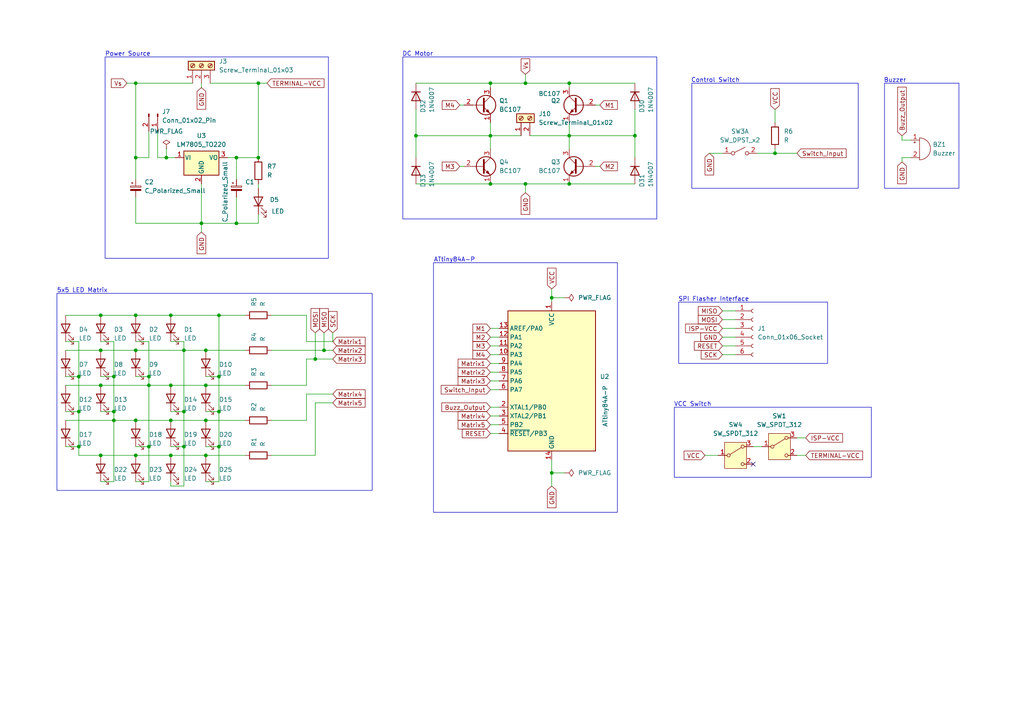
<source format=kicad_sch>
(kicad_sch (version 20250114) (generator "eeschema") (generator_version "9.0")
  (paper "A4")
  (lib_symbols
    (symbol "Connector:Conn_01x02_Pin" (pin_names (offset 1.016) (hide yes))
      (property "Reference" "J" (at 0 2.54 0))
      (property "Value" "Conn_01x02_Pin" (at 0 -5.08 0))
      (symbol "Conn_01x02_Pin_1_1"
        (rectangle (start 0.8636 0.127) (end 0 -0.127) (stroke (width 0.1524)) (fill (type outline)))
        (rectangle (start 0.8636 -2.413) (end 0 -2.667) (stroke (width 0.1524)) (fill (type outline)))
        (polyline (pts (xy 1.27 0) (xy 0.8636 0)) (stroke (width 0.1524)))
        (polyline (pts (xy 1.27 -2.54) (xy 0.8636 -2.54)) (stroke (width 0.1524)))
        (pin passive line (at 5.08 0 180) (length 3.81) (name "Pin_1") (number "1"))
        (pin passive line (at 5.08 -2.54 180) (length 3.81) (name "Pin_2") (number "2"))
      )
    )
    (symbol "Connector:Conn_01x06_Socket" (pin_names (offset 1.016) (hide yes))
      (property "Reference" "J" (at 0 7.62 0))
      (property "Value" "Conn_01x06_Socket" (at 0 -10.16 0))
      (symbol "Conn_01x06_Socket_1_1"
        (polyline (pts (xy -1.27 5.08) (xy -0.508 5.08)) (stroke (width 0.1524)))
        (polyline (pts (xy -1.27 2.54) (xy -0.508 2.54)) (stroke (width 0.1524)))
        (polyline (pts (xy -1.27 0) (xy -0.508 0)) (stroke (width 0.1524)))
        (polyline (pts (xy -1.27 -2.54) (xy -0.508 -2.54)) (stroke (width 0.1524)))
        (polyline (pts (xy -1.27 -5.08) (xy -0.508 -5.08)) (stroke (width 0.1524)))
        (polyline (pts (xy -1.27 -7.62) (xy -0.508 -7.62)) (stroke (width 0.1524)))
        (arc (start 0 4.572) (mid -0.5058 5.08) (end 0 5.588) (stroke (width 0.1524)))
        (arc (start 0 2.032) (mid -0.5058 2.54) (end 0 3.048) (stroke (width 0.1524)))
        (arc (start 0 -0.508) (mid -0.5058 0) (end 0 0.508) (stroke (width 0.1524)))
        (arc (start 0 -3.048) (mid -0.5058 -2.54) (end 0 -2.032) (stroke (width 0.1524)))
        (arc (start 0 -5.588) (mid -0.5058 -5.08) (end 0 -4.572) (stroke (width 0.1524)))
        (arc (start 0 -8.128) (mid -0.5058 -7.62) (end 0 -7.112) (stroke (width 0.1524)))
        (pin passive line (at -5.08 5.08 0) (length 3.81) (name "Pin_1") (number "1"))
        (pin passive line (at -5.08 2.54 0) (length 3.81) (name "Pin_2") (number "2"))
        (pin passive line (at -5.08 0 0) (length 3.81) (name "Pin_3") (number "3"))
        (pin passive line (at -5.08 -2.54 0) (length 3.81) (name "Pin_4") (number "4"))
        (pin passive line (at -5.08 -5.08 0) (length 3.81) (name "Pin_5") (number "5"))
        (pin passive line (at -5.08 -7.62 0) (length 3.81) (name "Pin_6") (number "6"))
      )
    )
    (symbol "Connector:Screw_Terminal_01x02" (pin_names (offset 1.016) (hide yes))
      (property "Reference" "J" (at 0 2.54 0))
      (property "Value" "Screw_Terminal_01x02" (at 0 -5.08 0))
      (symbol "Screw_Terminal_01x02_1_1"
        (rectangle (start -1.27 1.27) (end 1.27 -3.81) (stroke (width 0.254)) (fill (type background)))
        (polyline (pts (xy -0.5334 0.3302) (xy 0.3302 -0.508)) (stroke (width 0.1524)))
        (polyline (pts (xy -0.5334 -2.2098) (xy 0.3302 -3.048)) (stroke (width 0.1524)))
        (polyline (pts (xy -0.3556 0.508) (xy 0.508 -0.3302)) (stroke (width 0.1524)))
        (polyline (pts (xy -0.3556 -2.032) (xy 0.508 -2.8702)) (stroke (width 0.1524)))
        (circle (center 0 0) (radius 0.635) (stroke (width 0.1524)))
        (circle (center 0 -2.54) (radius 0.635) (stroke (width 0.1524)))
        (pin passive line (at -5.08 0 0) (length 3.81) (name "Pin_1") (number "1"))
        (pin passive line (at -5.08 -2.54 0) (length 3.81) (name "Pin_2") (number "2"))
      )
    )
    (symbol "Connector:Screw_Terminal_01x03" (pin_names (offset 1.016) (hide yes))
      (property "Reference" "J" (at 0 5.08 0))
      (property "Value" "Screw_Terminal_01x03" (at 0 -5.08 0))
      (symbol "Screw_Terminal_01x03_1_1"
        (rectangle (start -1.27 3.81) (end 1.27 -3.81) (stroke (width 0.254)) (fill (type background)))
        (polyline (pts (xy -0.5334 2.8702) (xy 0.3302 2.032)) (stroke (width 0.1524)))
        (polyline (pts (xy -0.5334 0.3302) (xy 0.3302 -0.508)) (stroke (width 0.1524)))
        (polyline (pts (xy -0.5334 -2.2098) (xy 0.3302 -3.048)) (stroke (width 0.1524)))
        (polyline (pts (xy -0.3556 3.048) (xy 0.508 2.2098)) (stroke (width 0.1524)))
        (polyline (pts (xy -0.3556 0.508) (xy 0.508 -0.3302)) (stroke (width 0.1524)))
        (polyline (pts (xy -0.3556 -2.032) (xy 0.508 -2.8702)) (stroke (width 0.1524)))
        (circle (center 0 2.54) (radius 0.635) (stroke (width 0.1524)))
        (circle (center 0 0) (radius 0.635) (stroke (width 0.1524)))
        (circle (center 0 -2.54) (radius 0.635) (stroke (width 0.1524)))
        (pin passive line (at -5.08 2.54 0) (length 3.81) (name "Pin_1") (number "1"))
        (pin passive line (at -5.08 0 0) (length 3.81) (name "Pin_2") (number "2"))
        (pin passive line (at -5.08 -2.54 0) (length 3.81) (name "Pin_3") (number "3"))
      )
    )
    (symbol "Device:Buzzer" (pin_names (offset 0.0254) (hide yes))
      (property "Reference" "BZ" (at 3.81 1.27 0))
      (property "Value" "Buzzer" (at 3.81 -1.27 0))
      (symbol "Buzzer_0_1"
        (polyline (pts (xy -1.651 1.905) (xy -1.143 1.905)))
        (polyline (pts (xy -1.397 2.159) (xy -1.397 1.651)))
        (arc (start 0 3.175) (mid 3.1612 0) (end 0 -3.175))
        (polyline (pts (xy 0 3.175) (xy 0 -3.175)))
      )
      (symbol "Buzzer_1_1"
        (pin passive line (at -2.54 2.54 0) (length 2.54) (name "+") (number "1"))
        (pin passive line (at -2.54 -2.54 0) (length 2.54) (name "-") (number "2"))
      )
    )
    (symbol "Device:C_Polarized_Small" (pin_numbers (hide yes)) (pin_names (offset 0.254) (hide yes))
      (property "Reference" "C" (at 0.254 1.778 0))
      (property "Value" "C_Polarized_Small" (at 0.254 -2.032 0))
      (symbol "C_Polarized_Small_0_1"
        (rectangle (start -1.524 0.6858) (end 1.524 0.3048))
        (rectangle (start -1.524 -0.3048) (end 1.524 -0.6858) (fill (type outline)))
        (polyline (pts (xy -1.27 1.524) (xy -0.762 1.524)))
        (polyline (pts (xy -1.016 1.27) (xy -1.016 1.778)))
      )
      (symbol "C_Polarized_Small_1_1"
        (pin passive line (at 0 2.54 270) (length 1.8542) (name "~") (number "1"))
        (pin passive line (at 0 -2.54 90) (length 1.8542) (name "~") (number "2"))
      )
    )
    (symbol "Device:LED" (pin_numbers (hide yes)) (pin_names (offset 1.016) (hide yes))
      (property "Reference" "D" (at 0 2.54 0))
      (property "Value" "LED" (at 0 -2.54 0))
      (symbol "LED_0_1"
        (polyline (pts (xy -3.048 -0.762) (xy -4.572 -2.286) (xy -3.81 -2.286) (xy -4.572 -2.286) (xy -4.572 -1.524)))
        (polyline (pts (xy -1.778 -0.762) (xy -3.302 -2.286) (xy -2.54 -2.286) (xy -3.302 -2.286) (xy -3.302 -1.524)))
        (polyline (pts (xy -1.27 0) (xy 1.27 0)))
        (polyline (pts (xy -1.27 -1.27) (xy -1.27 1.27)) (stroke (width 0.254)))
        (polyline (pts (xy 1.27 -1.27) (xy 1.27 1.27) (xy -1.27 0) (xy 1.27 -1.27)) (stroke (width 0.254)))
      )
      (symbol "LED_1_1"
        (pin passive line (at -3.81 0 0) (length 2.54) (name "K") (number "1"))
        (pin passive line (at 3.81 0 180) (length 2.54) (name "A") (number "2"))
      )
    )
    (symbol "Device:R" (pin_numbers (hide yes)) (pin_names (offset 0))
      (property "Reference" "R" (at 2.032 0 90))
      (property "Value" "R" (at 0 0 90))
      (symbol "R_0_1"
        (rectangle (start -1.016 -2.54) (end 1.016 2.54) (stroke (width 0.254)))
      )
      (symbol "R_1_1"
        (pin passive line (at 0 3.81 270) (length 1.27) (name "~") (number "1"))
        (pin passive line (at 0 -3.81 90) (length 1.27) (name "~") (number "2"))
      )
    )
    (symbol "Diode:1N4007" (pin_numbers (hide yes)) (pin_names (hide yes))
      (property "Reference" "D" (at 0 2.54 0))
      (property "Value" "1N4007" (at 0 -2.54 0))
      (symbol "1N4007_0_1"
        (polyline (pts (xy -1.27 1.27) (xy -1.27 -1.27)) (stroke (width 0.254)))
        (polyline (pts (xy 1.27 1.27) (xy 1.27 -1.27) (xy -1.27 0) (xy 1.27 1.27)) (stroke (width 0.254)))
        (polyline (pts (xy 1.27 0) (xy -1.27 0)))
      )
      (symbol "1N4007_1_1"
        (pin passive line (at -3.81 0 0) (length 2.54) (name "K") (number "1"))
        (pin passive line (at 3.81 0 180) (length 2.54) (name "A") (number "2"))
      )
    )
    (symbol "MCU_Microchip_ATtiny:ATtiny84A-P"
      (property "Reference" "U" (at -12.7 21.59 0))
      (property "Value" "ATtiny84A-P" (at 2.54 -21.59 0))
      (symbol "ATtiny84A-P_0_1"
        (rectangle (start -12.7 -20.32) (end 12.7 20.32) (stroke (width 0.254)) (fill (type background)))
      )
      (symbol "ATtiny84A-P_1_1"
        (pin power_in line (at 0 22.86 270) (length 2.54) (name "VCC") (number "1"))
        (pin power_in line (at 0 -22.86 90) (length 2.54) (name "GND") (number "14"))
        (pin bidirectional line (at 15.24 15.24 180) (length 2.54) (name "AREF/PA0") (number "13"))
        (pin bidirectional line (at 15.24 12.7 180) (length 2.54) (name "PA1") (number "12"))
        (pin bidirectional line (at 15.24 10.16 180) (length 2.54) (name "PA2") (number "11"))
        (pin bidirectional line (at 15.24 7.62 180) (length 2.54) (name "PA3") (number "10"))
        (pin bidirectional line (at 15.24 5.08 180) (length 2.54) (name "PA4") (number "9"))
        (pin bidirectional line (at 15.24 2.54 180) (length 2.54) (name "PA5") (number "8"))
        (pin bidirectional line (at 15.24 0 180) (length 2.54) (name "PA6") (number "7"))
        (pin bidirectional line (at 15.24 -2.54 180) (length 2.54) (name "PA7") (number "6"))
        (pin bidirectional line (at 15.24 -7.62 180) (length 2.54) (name "XTAL1/PB0") (number "2"))
        (pin bidirectional line (at 15.24 -10.16 180) (length 2.54) (name "XTAL2/PB1") (number "3"))
        (pin bidirectional line (at 15.24 -12.7 180) (length 2.54) (name "PB2") (number "5"))
        (pin bidirectional line (at 15.24 -15.24 180) (length 2.54) (name "~{RESET}/PB3") (number "4"))
      )
    )
    (symbol "Regulator_Linear:LM7805_TO220" (pin_names (offset 0.254))
      (property "Reference" "U" (at -3.81 3.175 0))
      (property "Value" "LM7805_TO220" (at 0 3.175 0))
      (symbol "LM7805_TO220_0_1"
        (rectangle (start -5.08 1.905) (end 5.08 -5.08) (stroke (width 0.254)) (fill (type background)))
      )
      (symbol "LM7805_TO220_1_1"
        (pin power_in line (at -7.62 0 0) (length 2.54) (name "VI") (number "1"))
        (pin power_in line (at 0 -7.62 90) (length 2.54) (name "GND") (number "2"))
        (pin power_out line (at 7.62 0 180) (length 2.54) (name "VO") (number "3"))
      )
    )
    (symbol "Switch:SW_DPST_x2" (pin_names (offset 0) (hide yes))
      (property "Reference" "SW" (at 0 3.175 0))
      (property "Value" "SW_DPST_x2" (at 0 -2.54 0))
      (symbol "SW_DPST_x2_0_0"
        (circle (center -2.032 0) (radius 0.508))
        (polyline (pts (xy -1.524 0.254) (xy 1.524 1.778)))
        (circle (center 2.032 0) (radius 0.508))
      )
      (symbol "SW_DPST_x2_1_1"
        (pin passive line (at -5.08 0 0) (length 2.54) (name "A") (number "1"))
        (pin passive line (at 5.08 0 180) (length 2.54) (name "B") (number "2"))
      )
      (symbol "SW_DPST_x2_2_1"
        (pin passive line (at -5.08 0 0) (length 2.54) (name "A") (number "3"))
        (pin passive line (at 5.08 0 180) (length 2.54) (name "B") (number "4"))
      )
    )
    (symbol "Switch:SW_SPDT_312" (pin_names (offset 1) (hide yes))
      (property "Reference" "SW" (at 0 5.08 0))
      (property "Value" "SW_SPDT_312" (at 0 -5.08 0))
      (symbol "SW_SPDT_312_0_1"
        (circle (center -2.032 0) (radius 0.4572))
        (polyline (pts (xy -1.651 0.254) (xy 1.651 2.286)))
        (circle (center 2.032 2.54) (radius 0.4572))
        (circle (center 2.032 -2.54) (radius 0.4572))
      )
      (symbol "SW_SPDT_312_1_1"
        (rectangle (start -3.175 3.81) (end 3.175 -3.81) (fill (type background)))
        (pin passive line (at -5.08 0 0) (length 2.54) (name "B") (number "1"))
        (pin passive line (at 5.08 2.54 180) (length 2.54) (name "A") (number "3"))
        (pin passive line (at 5.08 -2.54 180) (length 2.54) (name "C") (number "2"))
      )
    )
    (symbol "Transistor_BJT:BC107" (pin_names (offset 0) (hide yes))
      (property "Reference" "Q" (at 5.08 1.905 0))
      (property "Value" "BC107" (at 5.08 0 0))
      (symbol "BC107_0_1"
        (polyline (pts (xy -2.54 0) (xy 0.635 0)))
        (polyline (pts (xy 0.635 1.905) (xy 0.635 -1.905)) (stroke (width 0.508)))
        (circle (center 1.27 0) (radius 2.8194) (stroke (width 0.254)))
      )
      (symbol "BC107_1_1"
        (polyline (pts (xy 0.635 0.635) (xy 2.54 2.54)))
        (polyline (pts (xy 0.635 -0.635) (xy 2.54 -2.54)))
        (polyline (pts (xy 1.27 -1.778) (xy 1.778 -1.27) (xy 2.286 -2.286) (xy 1.27 -1.778)) (fill (type outline)))
        (pin input line (at -5.08 0 0) (length 2.54) (name "B") (number "2"))
        (pin passive line (at 2.54 5.08 270) (length 2.54) (name "C") (number "3"))
        (pin passive line (at 2.54 -5.08 90) (length 2.54) (name "E") (number "1"))
      )
    )
    (symbol "power:PWR_FLAG" (power) (pin_numbers (hide yes)) (pin_names (offset 0) (hide yes))
      (property "Value" "PWR_FLAG" (at 0 3.81 0))
      (symbol "PWR_FLAG_0_0"
        (pin power_out line (at 0 0 90) (length 0) (name "~") (number "1"))
      )
      (symbol "PWR_FLAG_0_1"
        (polyline (pts (xy 0 0) (xy 0 1.27) (xy -1.016 1.905) (xy 0 2.54) (xy 1.016 1.905) (xy 0 1.27)))
      )
    )
  )
  (rectangle (start 30.48 16.51) (end 95.25 74.93))
  (rectangle (start 16.51 85.09) (end 107.95 142.24))
  (rectangle (start 196.85 87.63) (end 240.03 105.41))
  (rectangle (start 200.66 24.13) (end 248.92 54.61))
  (rectangle (start 116.84 16.51) (end 190.5 63.5))
  (rectangle (start 256.54 24.13) (end 278.13 54.61))
  (rectangle (start 125.73 76.2) (end 179.07 148.59))
  (rectangle (start 195.58 118.11) (end 252.73 138.43))
  (text "Power Source" (at 37.084 15.748 0) (effects (font (size 1.27 1.27))))
  (text "Control Switch" (at 207.518 23.368 0) (effects (font (size 1.27 1.27))))
  (text "Buzzer" (at 259.588 23.368 0) (effects (font (size 1.27 1.27))))
  (text "5x5 LED Matrix" (at 23.876 84.328 0) (effects (font (size 1.27 1.27))))
  (text "DC Motor" (at 121.158 15.748 0) (effects (font (size 1.27 1.27))))
  (text "SPI Flasher Interface" (at 207.01 86.868 0) (effects (font (size 1.27 1.27))))
  (text "VCC Switch" (at 200.914 117.348 0) (effects (font (size 1.27 1.27))))
  (text "ATtiny84A-P" (at 131.826 75.438 0) (effects (font (size 1.27 1.27))))
  (junction (at 29.21 91.44))
  (junction (at 142.24 53.34))
  (junction (at 63.5 109.22))
  (junction (at 53.34 101.6))
  (junction (at 160.02 86.36))
  (junction (at 63.5 129.54))
  (junction (at 33.02 119.38))
  (junction (at 120.65 39.37))
  (junction (at 49.53 91.44))
  (junction (at 43.18 111.76))
  (junction (at 165.1 53.34))
  (junction (at 59.69 101.6))
  (junction (at 39.37 132.08))
  (junction (at 33.02 109.22))
  (junction (at 33.02 121.92))
  (junction (at 39.37 121.92))
  (junction (at 224.79 44.45))
  (junction (at 43.18 129.54))
  (junction (at 91.44 104.14))
  (junction (at 74.93 45.72))
  (junction (at 29.21 111.76))
  (junction (at 22.86 129.54))
  (junction (at 59.69 121.92))
  (junction (at 74.93 24.13))
  (junction (at 49.53 121.92))
  (junction (at 63.5 91.44))
  (junction (at 152.4 53.34))
  (junction (at 58.42 64.77))
  (junction (at 160.02 137.16))
  (junction (at 43.18 109.22))
  (junction (at 142.24 24.13))
  (junction (at 68.58 45.72))
  (junction (at 59.69 132.08))
  (junction (at 39.37 24.13))
  (junction (at 165.1 24.13))
  (junction (at 142.24 39.37))
  (junction (at 53.34 119.38))
  (junction (at 49.53 132.08))
  (junction (at 22.86 119.38))
  (junction (at 165.1 39.37))
  (junction (at 184.15 39.37))
  (junction (at 48.26 45.72))
  (junction (at 49.53 111.76))
  (junction (at 39.37 101.6))
  (junction (at 22.86 109.22))
  (junction (at 68.58 64.77))
  (junction (at 39.37 91.44))
  (junction (at 93.98 101.6))
  (junction (at 152.4 24.13))
  (junction (at 53.34 129.54))
  (junction (at 59.69 111.76))
  (junction (at 63.5 119.38))
  (junction (at 29.21 101.6))
  (junction (at 29.21 132.08))
  (junction (at 39.37 45.72))
  (no_connect (at 218.44 134.62))
  (wire (pts (xy 43.18 129.54) (xy 43.18 111.76)))
  (wire (pts (xy 142.24 100.33) (xy 144.78 100.33)))
  (wire (pts (xy 49.53 132.08) (xy 59.69 132.08)))
  (wire (pts (xy 142.24 24.13) (xy 120.65 24.13)))
  (wire (pts (xy 53.34 129.54) (xy 53.34 140.97)))
  (wire (pts (xy 209.55 100.33) (xy 213.36 100.33)))
  (wire (pts (xy 29.21 139.7) (xy 33.02 139.7)))
  (wire (pts (xy 144.78 125.73) (xy 142.24 125.73)))
  (wire (pts (xy 142.24 120.65) (xy 144.78 120.65)))
  (wire (pts (xy 60.96 24.13) (xy 74.93 24.13)))
  (wire (pts (xy 48.26 45.72) (xy 50.8 45.72)))
  (wire (pts (xy 63.5 119.38) (xy 63.5 109.22)))
  (wire (pts (xy 39.37 139.7) (xy 43.18 139.7)))
  (wire (pts (xy 59.69 121.92) (xy 71.12 121.92)))
  (wire (pts (xy 39.37 24.13) (xy 39.37 45.72)))
  (wire (pts (xy 45.72 45.72) (xy 48.26 45.72)))
  (wire (pts (xy 165.1 35.56) (xy 165.1 39.37)))
  (wire (pts (xy 88.9 104.14) (xy 91.44 104.14)))
  (wire (pts (xy 91.44 116.84) (xy 91.44 132.08)))
  (wire (pts (xy 142.24 123.19) (xy 144.78 123.19)))
  (wire (pts (xy 142.24 107.95) (xy 144.78 107.95)))
  (wire (pts (xy 29.21 109.22) (xy 33.02 109.22)))
  (wire (pts (xy 142.24 24.13) (xy 152.4 24.13)))
  (wire (pts (xy 74.93 24.13) (xy 77.47 24.13)))
  (wire (pts (xy 172.72 48.26) (xy 173.99 48.26)))
  (wire (pts (xy 88.9 114.3) (xy 88.9 121.92)))
  (wire (pts (xy 231.14 132.08) (xy 233.68 132.08)))
  (wire (pts (xy 93.98 96.52) (xy 93.98 101.6)))
  (wire (pts (xy 29.21 119.38) (xy 33.02 119.38)))
  (wire (pts (xy 142.24 39.37) (xy 142.24 43.18)))
  (wire (pts (xy 59.69 101.6) (xy 71.12 101.6)))
  (wire (pts (xy 231.14 127) (xy 233.68 127)))
  (wire (pts (xy 160.02 133.35) (xy 160.02 137.16)))
  (wire (pts (xy 39.37 99.06) (xy 43.18 99.06)))
  (wire (pts (xy 39.37 57.15) (xy 39.37 64.77)))
  (wire (pts (xy 165.1 39.37) (xy 165.1 43.18)))
  (wire (pts (xy 120.65 39.37) (xy 120.65 45.72)))
  (wire (pts (xy 205.74 44.45) (xy 209.55 44.45)))
  (wire (pts (xy 96.52 96.52) (xy 96.52 99.06)))
  (wire (pts (xy 96.52 116.84) (xy 91.44 116.84)))
  (wire (pts (xy 261.62 45.72) (xy 261.62 46.99)))
  (wire (pts (xy 29.21 101.6) (xy 39.37 101.6)))
  (wire (pts (xy 39.37 91.44) (xy 49.53 91.44)))
  (wire (pts (xy 153.67 39.37) (xy 165.1 39.37)))
  (wire (pts (xy 163.83 137.16) (xy 160.02 137.16)))
  (wire (pts (xy 63.5 91.44) (xy 71.12 91.44)))
  (wire (pts (xy 43.18 45.72) (xy 39.37 45.72)))
  (wire (pts (xy 58.42 53.34) (xy 58.42 64.77)))
  (wire (pts (xy 142.24 110.49) (xy 144.78 110.49)))
  (wire (pts (xy 29.21 132.08) (xy 39.37 132.08)))
  (wire (pts (xy 59.69 139.7) (xy 63.5 139.7)))
  (wire (pts (xy 218.44 129.54) (xy 220.98 129.54)))
  (wire (pts (xy 264.16 40.64) (xy 261.62 40.64)))
  (wire (pts (xy 261.62 40.64) (xy 261.62 39.37)))
  (wire (pts (xy 68.58 64.77) (xy 58.42 64.77)))
  (wire (pts (xy 165.1 24.13) (xy 165.1 25.4)))
  (wire (pts (xy 58.42 24.13) (xy 58.42 25.4)))
  (wire (pts (xy 204.47 132.08) (xy 208.28 132.08)))
  (wire (pts (xy 53.34 101.6) (xy 53.34 119.38)))
  (wire (pts (xy 88.9 104.14) (xy 88.9 111.76)))
  (wire (pts (xy 209.55 102.87) (xy 213.36 102.87)))
  (wire (pts (xy 48.26 43.18) (xy 48.26 45.72)))
  (wire (pts (xy 43.18 109.22) (xy 43.18 111.76)))
  (wire (pts (xy 91.44 132.08) (xy 78.74 132.08)))
  (wire (pts (xy 74.93 24.13) (xy 74.93 45.72)))
  (wire (pts (xy 19.05 111.76) (xy 29.21 111.76)))
  (wire (pts (xy 68.58 57.15) (xy 68.58 64.77)))
  (wire (pts (xy 88.9 111.76) (xy 78.74 111.76)))
  (wire (pts (xy 36.83 24.13) (xy 39.37 24.13)))
  (wire (pts (xy 142.24 113.03) (xy 144.78 113.03)))
  (wire (pts (xy 22.86 119.38) (xy 22.86 129.54)))
  (wire (pts (xy 160.02 137.16) (xy 160.02 140.97)))
  (wire (pts (xy 53.34 140.97) (xy 49.53 140.97)))
  (wire (pts (xy 209.55 97.79) (xy 213.36 97.79)))
  (wire (pts (xy 53.34 119.38) (xy 53.34 129.54)))
  (wire (pts (xy 29.21 99.06) (xy 33.02 99.06)))
  (wire (pts (xy 91.44 104.14) (xy 96.52 104.14)))
  (wire (pts (xy 53.34 99.06) (xy 53.34 101.6)))
  (wire (pts (xy 19.05 129.54) (xy 22.86 129.54)))
  (wire (pts (xy 74.93 64.77) (xy 68.58 64.77)))
  (wire (pts (xy 39.37 45.72) (xy 39.37 52.07)))
  (wire (pts (xy 152.4 21.59) (xy 152.4 24.13)))
  (wire (pts (xy 19.05 99.06) (xy 22.86 99.06)))
  (wire (pts (xy 165.1 53.34) (xy 184.15 53.34)))
  (wire (pts (xy 165.1 39.37) (xy 184.15 39.37)))
  (wire (pts (xy 53.34 99.06) (xy 49.53 99.06)))
  (wire (pts (xy 68.58 52.07) (xy 68.58 45.72)))
  (wire (pts (xy 93.98 101.6) (xy 96.52 101.6)))
  (wire (pts (xy 142.24 97.79) (xy 144.78 97.79)))
  (wire (pts (xy 39.37 109.22) (xy 43.18 109.22)))
  (wire (pts (xy 165.1 24.13) (xy 184.15 24.13)))
  (wire (pts (xy 209.55 95.25) (xy 213.36 95.25)))
  (wire (pts (xy 29.21 91.44) (xy 39.37 91.44)))
  (wire (pts (xy 209.55 90.17) (xy 213.36 90.17)))
  (wire (pts (xy 142.24 53.34) (xy 120.65 53.34)))
  (wire (pts (xy 160.02 83.82) (xy 160.02 86.36)))
  (wire (pts (xy 88.9 99.06) (xy 96.52 99.06)))
  (wire (pts (xy 19.05 101.6) (xy 29.21 101.6)))
  (wire (pts (xy 59.69 111.76) (xy 71.12 111.76)))
  (wire (pts (xy 172.72 30.48) (xy 173.99 30.48)))
  (wire (pts (xy 142.24 95.25) (xy 144.78 95.25)))
  (wire (pts (xy 39.37 101.6) (xy 53.34 101.6)))
  (wire (pts (xy 224.79 44.45) (xy 224.79 43.18)))
  (wire (pts (xy 39.37 121.92) (xy 49.53 121.92)))
  (wire (pts (xy 19.05 121.92) (xy 33.02 121.92)))
  (wire (pts (xy 39.37 132.08) (xy 49.53 132.08)))
  (wire (pts (xy 58.42 64.77) (xy 58.42 67.31)))
  (wire (pts (xy 19.05 91.44) (xy 29.21 91.44)))
  (wire (pts (xy 120.65 31.75) (xy 120.65 39.37)))
  (wire (pts (xy 63.5 129.54) (xy 63.5 119.38)))
  (wire (pts (xy 39.37 129.54) (xy 43.18 129.54)))
  (wire (pts (xy 120.65 39.37) (xy 142.24 39.37)))
  (wire (pts (xy 63.5 109.22) (xy 63.5 91.44)))
  (wire (pts (xy 264.16 45.72) (xy 261.62 45.72)))
  (wire (pts (xy 78.74 101.6) (xy 93.98 101.6)))
  (wire (pts (xy 43.18 99.06) (xy 43.18 109.22)))
  (wire (pts (xy 53.34 101.6) (xy 59.69 101.6)))
  (wire (pts (xy 160.02 86.36) (xy 160.02 87.63)))
  (wire (pts (xy 43.18 38.1) (xy 43.18 45.72)))
  (wire (pts (xy 68.58 45.72) (xy 74.93 45.72)))
  (wire (pts (xy 78.74 91.44) (xy 88.9 91.44)))
  (wire (pts (xy 142.24 53.34) (xy 152.4 53.34)))
  (wire (pts (xy 142.24 35.56) (xy 142.24 39.37)))
  (wire (pts (xy 142.24 39.37) (xy 151.13 39.37)))
  (wire (pts (xy 96.52 114.3) (xy 88.9 114.3)))
  (wire (pts (xy 184.15 31.75) (xy 184.15 39.37)))
  (wire (pts (xy 74.93 64.77) (xy 74.93 62.23)))
  (wire (pts (xy 63.5 139.7) (xy 63.5 129.54)))
  (wire (pts (xy 43.18 111.76) (xy 49.53 111.76)))
  (wire (pts (xy 29.21 111.76) (xy 43.18 111.76)))
  (wire (pts (xy 43.18 139.7) (xy 43.18 129.54)))
  (wire (pts (xy 88.9 91.44) (xy 88.9 99.06)))
  (wire (pts (xy 39.37 64.77) (xy 58.42 64.77)))
  (wire (pts (xy 53.34 129.54) (xy 49.53 129.54)))
  (wire (pts (xy 152.4 53.34) (xy 152.4 55.88)))
  (wire (pts (xy 68.58 45.72) (xy 66.04 45.72)))
  (wire (pts (xy 59.69 109.22) (xy 63.5 109.22)))
  (wire (pts (xy 22.86 99.06) (xy 22.86 109.22)))
  (wire (pts (xy 142.24 102.87) (xy 144.78 102.87)))
  (wire (pts (xy 184.15 39.37) (xy 184.15 45.72)))
  (wire (pts (xy 45.72 38.1) (xy 45.72 45.72)))
  (wire (pts (xy 49.53 111.76) (xy 59.69 111.76)))
  (wire (pts (xy 142.24 24.13) (xy 142.24 25.4)))
  (wire (pts (xy 133.35 48.26) (xy 134.62 48.26)))
  (wire (pts (xy 224.79 31.75) (xy 224.79 35.56)))
  (wire (pts (xy 152.4 24.13) (xy 165.1 24.13)))
  (wire (pts (xy 53.34 119.38) (xy 49.53 119.38)))
  (wire (pts (xy 133.35 30.48) (xy 134.62 30.48)))
  (wire (pts (xy 78.74 121.92) (xy 88.9 121.92)))
  (wire (pts (xy 152.4 53.34) (xy 165.1 53.34)))
  (wire (pts (xy 33.02 99.06) (xy 33.02 109.22)))
  (wire (pts (xy 19.05 109.22) (xy 22.86 109.22)))
  (wire (pts (xy 49.53 121.92) (xy 59.69 121.92)))
  (wire (pts (xy 74.93 53.34) (xy 74.93 54.61)))
  (wire (pts (xy 219.71 44.45) (xy 224.79 44.45)))
  (wire (pts (xy 49.53 91.44) (xy 63.5 91.44)))
  (wire (pts (xy 22.86 132.08) (xy 29.21 132.08)))
  (wire (pts (xy 59.69 132.08) (xy 71.12 132.08)))
  (wire (pts (xy 59.69 129.54) (xy 63.5 129.54)))
  (wire (pts (xy 33.02 139.7) (xy 33.02 121.92)))
  (wire (pts (xy 22.86 129.54) (xy 22.86 132.08)))
  (wire (pts (xy 19.05 119.38) (xy 22.86 119.38)))
  (wire (pts (xy 22.86 109.22) (xy 22.86 119.38)))
  (wire (pts (xy 142.24 118.11) (xy 144.78 118.11)))
  (wire (pts (xy 59.69 119.38) (xy 63.5 119.38)))
  (wire (pts (xy 49.53 140.97) (xy 49.53 139.7)))
  (wire (pts (xy 33.02 121.92) (xy 39.37 121.92)))
  (wire (pts (xy 163.83 86.36) (xy 160.02 86.36)))
  (wire (pts (xy 209.55 92.71) (xy 213.36 92.71)))
  (wire (pts (xy 91.44 96.52) (xy 91.44 104.14)))
  (wire (pts (xy 33.02 119.38) (xy 33.02 121.92)))
  (wire (pts (xy 142.24 105.41) (xy 144.78 105.41)))
  (wire (pts (xy 224.79 44.45) (xy 231.14 44.45)))
  (wire (pts (xy 39.37 24.13) (xy 55.88 24.13)))
  (wire (pts (xy 33.02 109.22) (xy 33.02 119.38)))
  (global_label "Matrix5" (shape input) (at 142.24 123.19 180) (property "Intersheetrefs" "${INTERSHEET_REFS}" (effects (hide yes))))
  (global_label "MISO" (shape input) (at 93.98 96.52 90) (property "Intersheetrefs" "${INTERSHEET_REFS}" (effects (hide yes))))
  (global_label "Matrix4" (shape input) (at 142.24 120.65 180) (property "Intersheetrefs" "${INTERSHEET_REFS}" (effects (hide yes))))
  (global_label "Matrix4" (shape input) (at 96.52 114.3 0) (property "Intersheetrefs" "${INTERSHEET_REFS}" (effects (hide yes))))
  (global_label "Switch_Input" (shape input) (at 231.14 44.45 0) (property "Intersheetrefs" "${INTERSHEET_REFS}" (effects (hide yes))))
  (global_label "VCC" (shape input) (at 224.79 31.75 90) (property "Intersheetrefs" "${INTERSHEET_REFS}" (effects (hide yes))))
  (global_label "Matrix3" (shape input) (at 96.52 104.14 0) (property "Intersheetrefs" "${INTERSHEET_REFS}" (effects (hide yes))))
  (global_label "M4" (shape input) (at 142.24 102.87 180) (property "Intersheetrefs" "${INTERSHEET_REFS}" (effects (hide yes))))
  (global_label "Vs" (shape input) (at 152.4 21.59 90) (property "Intersheetrefs" "${INTERSHEET_REFS}" (effects (hide yes))))
  (global_label "MISO" (shape input) (at 209.55 90.17 180) (property "Intersheetrefs" "${INTERSHEET_REFS}" (effects (hide yes))))
  (global_label "Matrix2" (shape input) (at 142.24 107.95 180) (property "Intersheetrefs" "${INTERSHEET_REFS}" (effects (hide yes))))
  (global_label "VCC" (shape input) (at 160.02 83.82 90) (property "Intersheetrefs" "${INTERSHEET_REFS}" (effects (hide yes))))
  (global_label "TERMINAL-VCC" (shape input) (at 77.47 24.13 0) (property "Intersheetrefs" "${INTERSHEET_REFS}" (effects (hide yes))))
  (global_label "GND" (shape input) (at 58.42 67.31 270) (property "Intersheetrefs" "${INTERSHEET_REFS}" (effects (hide yes))))
  (global_label "Buzz_Output" (shape input) (at 261.62 39.37 90) (property "Intersheetrefs" "${INTERSHEET_REFS}" (effects (hide yes))))
  (global_label "Matrix1" (shape input) (at 142.24 105.41 180) (property "Intersheetrefs" "${INTERSHEET_REFS}" (effects (hide yes))))
  (global_label "M1" (shape input) (at 173.99 30.48 0) (property "Intersheetrefs" "${INTERSHEET_REFS}" (effects (hide yes))))
  (global_label "ISP-VCC" (shape input) (at 209.55 95.25 180) (property "Intersheetrefs" "${INTERSHEET_REFS}" (effects (hide yes))))
  (global_label "GND" (shape input) (at 261.62 46.99 270) (property "Intersheetrefs" "${INTERSHEET_REFS}" (effects (hide yes))))
  (global_label "M2" (shape input) (at 142.24 97.79 180) (property "Intersheetrefs" "${INTERSHEET_REFS}" (effects (hide yes))))
  (global_label "GND" (shape input) (at 160.02 140.97 270) (property "Intersheetrefs" "${INTERSHEET_REFS}" (effects (hide yes))))
  (global_label "Matrix1" (shape input) (at 96.52 99.06 0) (property "Intersheetrefs" "${INTERSHEET_REFS}" (effects (hide yes))))
  (global_label "RESET" (shape input) (at 209.55 100.33 180) (property "Intersheetrefs" "${INTERSHEET_REFS}" (effects (hide yes))))
  (global_label "MOSI" (shape input) (at 91.44 96.52 90) (property "Intersheetrefs" "${INTERSHEET_REFS}" (effects (hide yes))))
  (global_label "Switch_Input" (shape input) (at 142.24 113.03 180) (property "Intersheetrefs" "${INTERSHEET_REFS}" (effects (hide yes))))
  (global_label "SCK" (shape input) (at 209.55 102.87 180) (property "Intersheetrefs" "${INTERSHEET_REFS}" (effects (hide yes))))
  (global_label "Matrix5" (shape input) (at 96.52 116.84 0) (property "Intersheetrefs" "${INTERSHEET_REFS}" (effects (hide yes))))
  (global_label "TERMINAL-VCC" (shape input) (at 233.68 132.08 0) (property "Intersheetrefs" "${INTERSHEET_REFS}" (effects (hide yes))))
  (global_label "M3" (shape input) (at 142.24 100.33 180) (property "Intersheetrefs" "${INTERSHEET_REFS}" (effects (hide yes))))
  (global_label "M1" (shape input) (at 142.24 95.25 180) (property "Intersheetrefs" "${INTERSHEET_REFS}" (effects (hide yes))))
  (global_label "MOSI" (shape input) (at 209.55 92.71 180) (property "Intersheetrefs" "${INTERSHEET_REFS}" (effects (hide yes))))
  (global_label "GND" (shape input) (at 205.74 44.45 270) (property "Intersheetrefs" "${INTERSHEET_REFS}" (effects (hide yes))))
  (global_label "Matrix2" (shape input) (at 96.52 101.6 0) (property "Intersheetrefs" "${INTERSHEET_REFS}" (effects (hide yes))))
  (global_label "GND" (shape input) (at 209.55 97.79 180) (property "Intersheetrefs" "${INTERSHEET_REFS}" (effects (hide yes))))
  (global_label "ISP-VCC" (shape input) (at 233.68 127 0) (property "Intersheetrefs" "${INTERSHEET_REFS}" (effects (hide yes))))
  (global_label "Vs" (shape input) (at 36.83 24.13 180) (property "Intersheetrefs" "${INTERSHEET_REFS}" (effects (hide yes))))
  (global_label "GND" (shape input) (at 58.42 25.4 270) (property "Intersheetrefs" "${INTERSHEET_REFS}" (effects (hide yes))))
  (global_label "RESET" (shape input) (at 142.24 125.73 180) (property "Intersheetrefs" "${INTERSHEET_REFS}" (effects (hide yes))))
  (global_label "GND" (shape input) (at 152.4 55.88 270) (property "Intersheetrefs" "${INTERSHEET_REFS}" (effects (hide yes))))
  (global_label "SCK" (shape input) (at 96.52 96.52 90) (property "Intersheetrefs" "${INTERSHEET_REFS}" (effects (hide yes))))
  (global_label "M2" (shape input) (at 173.99 48.26 0) (property "Intersheetrefs" "${INTERSHEET_REFS}" (effects (hide yes))))
  (global_label "Matrix3" (shape input) (at 142.24 110.49 180) (property "Intersheetrefs" "${INTERSHEET_REFS}" (effects (hide yes))))
  (global_label "M3" (shape input) (at 133.35 48.26 180) (property "Intersheetrefs" "${INTERSHEET_REFS}" (effects (hide yes))))
  (global_label "VCC" (shape input) (at 204.47 132.08 180) (property "Intersheetrefs" "${INTERSHEET_REFS}" (effects (hide yes))))
  (global_label "Buzz_Output" (shape input) (at 142.24 118.11 180) (property "Intersheetrefs" "${INTERSHEET_REFS}" (effects (hide yes))))
  (global_label "M4" (shape input) (at 133.35 30.48 180) (property "Intersheetrefs" "${INTERSHEET_REFS}" (effects (hide yes))))
  (symbol (lib_id "Device:Buzzer") (at 266.7 43.18 0) (unit 1)
    (property "Reference" "BZ1" (at 270.51 41.9099 0) (effects (justify left)))
    (property "Value" "Buzzer" (at 270.51 44.4499 0) (effects (justify left)))
    (property "Footprint" "Buzzer_Beeper:MagneticBuzzer_ProSignal_ABT-410-RC" (effects (hide yes)))
    (property "Description" "Buzzer, polarized" (effects (hide yes)))
  )
  (symbol (lib_id "Device:LED") (at 29.21 105.41 90) (unit 1)
    (property "Reference" "D8" (at 33.02 105.7274 90) (effects (justify right)))
    (property "Value" "LED" (at 33.02 108.2674 90) (effects (justify right)))
    (property "Footprint" "LED_THT:LED_D5.0mm_Clear" (effects (hide yes)))
    (property "Description" "Light emitting diode" (effects (hide yes)))
    (property "Sim.Pins" "1=K 2=A" (effects (hide yes)))
  )
  (symbol (lib_id "Device:LED") (at 19.05 105.41 90) (unit 1)
    (property "Reference" "D7" (at 22.86 105.7274 90) (effects (justify right)))
    (property "Value" "LED" (at 22.86 108.2674 90) (effects (justify right)))
    (property "Footprint" "LED_THT:LED_D5.0mm_Clear" (effects (hide yes)))
    (property "Description" "Light emitting diode" (effects (hide yes)))
    (property "Sim.Pins" "1=K 2=A" (effects (hide yes)))
  )
  (symbol (lib_id "Transistor_BJT:BC107") (at 167.64 30.48 0) (mirror y) (unit 1)
    (property "Reference" "Q2" (at 162.56 29.2099 0) (effects (justify left)))
    (property "Value" "BC107" (at 162.56 27.178 0) (effects (justify left)))
    (property "Footprint" "Package_TO_SOT_THT:TO-18-3" (effects (hide yes)))
    (property "Datasheet" "http://www.b-kainka.de/Daten/Transistor/BC108.pdf" (effects (hide yes)))
    (property "Description" "0.1A Ic, 50V Vce, Low Noise General Purpose NPN Transistor, TO-18" (effects (hide yes)))
  )
  (symbol (lib_id "Device:LED") (at 74.93 58.42 90) (unit 1)
    (property "Reference" "D5" (at 78.232 57.912 90) (effects (justify right)))
    (property "Value" "LED" (at 78.74 61.2774 90) (effects (justify right)))
    (property "Footprint" "LED_THT:LED_D3.0mm" (effects (hide yes)))
    (property "Description" "Light emitting diode" (effects (hide yes)))
    (property "Sim.Pins" "1=K 2=A" (effects (hide yes)))
  )
  (symbol (lib_id "Device:LED") (at 49.53 95.25 90) (unit 1)
    (property "Reference" "D1" (at 53.34 95.5674 90) (effects (justify right)))
    (property "Value" "LED" (at 53.34 98.1074 90) (effects (justify right)))
    (property "Footprint" "LED_THT:LED_D5.0mm_Clear" (effects (hide yes)))
    (property "Description" "Light emitting diode" (effects (hide yes)))
    (property "Sim.Pins" "1=K 2=A" (effects (hide yes)))
  )
  (symbol (lib_id "Connector:Conn_01x02_Pin") (at 45.72 33.02 270) (unit 1)
    (property "Reference" "J7" (at 46.99 32.3849 90) (effects (justify left)))
    (property "Value" "Conn_01x02_Pin" (at 46.99 34.9249 90) (effects (justify left)))
    (property "Footprint" "Connector_PinHeader_1.00mm:PinHeader_1x02_P1.00mm_Vertical" (effects (hide yes)))
    (property "Description" "Generic connector, single row, 01x02, script generated" (effects (hide yes)))
  )
  (symbol (lib_id "Switch:SW_SPDT_312") (at 226.06 129.54 0) (unit 1)
    (property "Reference" "SW1" (at 226.06 120.65 0))
    (property "Value" "SW_SPDT_312" (at 226.06 123.19 0))
    (property "Footprint" "Button_Switch_THT:SW_Slide_SPDT_Straight_CK_OS102011MS2Q" (effects (hide yes)))
    (property "Description" "Switch, single pole double throw" (effects (hide yes)))
  )
  (symbol (lib_id "Device:LED") (at 19.05 125.73 90) (unit 1)
    (property "Reference" "D17" (at 22.86 126.0474 90) (effects (justify right)))
    (property "Value" "LED" (at 22.86 128.5874 90) (effects (justify right)))
    (property "Footprint" "LED_THT:LED_D5.0mm_Clear" (effects (hide yes)))
    (property "Description" "Light emitting diode" (effects (hide yes)))
    (property "Sim.Pins" "1=K 2=A" (effects (hide yes)))
  )
  (symbol (lib_id "MCU_Microchip_ATtiny:ATtiny84A-P") (at 160.02 110.49 0) (mirror y) (unit 1)
    (property "Reference" "U2" (at 173.99 109.2199 0) (effects (justify right)))
    (property "Value" "ATtiny84A-P" (at 175.514 111.76 90) (effects (justify right)))
    (property "Footprint" "Package_DIP:DIP-14_W7.62mm" (effects (hide yes)))
    (property "Datasheet" "http://ww1.microchip.com/downloads/en/DeviceDoc/doc8183.pdf" (effects (hide yes)))
    (property "Description" "20MHz, 8kB Flash, 512B SRAM, 512B EEPROM, debugWIRE, DIP-14" (effects (hide yes)))
  )
  (symbol (lib_id "Transistor_BJT:BC107") (at 139.7 48.26 0) (unit 1)
    (property "Reference" "Q4" (at 144.78 46.9899 0) (effects (justify left)))
    (property "Value" "BC107" (at 144.78 49.5299 0) (effects (justify left)))
    (property "Footprint" "Package_TO_SOT_THT:TO-18-3" (effects (hide yes)))
    (property "Datasheet" "http://www.b-kainka.de/Daten/Transistor/BC108.pdf" (effects (hide yes)))
    (property "Description" "0.1A Ic, 50V Vce, Low Noise General Purpose NPN Transistor, TO-18" (effects (hide yes)))
  )
  (symbol (lib_id "Connector:Screw_Terminal_01x03") (at 58.42 19.05 90) (unit 1)
    (property "Reference" "J3" (at 63.5 17.7799 90) (effects (justify right)))
    (property "Value" "Screw_Terminal_01x03" (at 63.5 20.3199 90) (effects (justify right)))
    (property "Footprint" "TerminalBlock_Phoenix:TerminalBlock_Phoenix_MPT-0,5-3-2.54_1x03_P2.54mm_Horizontal" (effects (hide yes)))
    (property "Description" "Generic screw terminal, single row, 01x03, script generated (kicad-library-utils/schlib/autogen/connector/)" (effects (hide yes)))
  )
  (symbol (lib_id "Transistor_BJT:BC107") (at 139.7 30.48 0) (unit 1)
    (property "Reference" "Q1" (at 144.78 29.2099 0) (effects (justify left)))
    (property "Value" "BC107" (at 144.78 31.7499 0) (effects (justify left)))
    (property "Footprint" "Package_TO_SOT_THT:TO-18-3" (effects (hide yes)))
    (property "Datasheet" "http://www.b-kainka.de/Daten/Transistor/BC108.pdf" (effects (hide yes)))
    (property "Description" "0.1A Ic, 50V Vce, Low Noise General Purpose NPN Transistor, TO-18" (effects (hide yes)))
  )
  (symbol (lib_id "Connector:Screw_Terminal_01x02") (at 151.13 34.29 90) (unit 1)
    (property "Reference" "J10" (at 156.21 33.0199 90) (effects (justify right)))
    (property "Value" "Screw_Terminal_01x02" (at 156.21 35.5599 90) (effects (justify right)))
    (property "Footprint" "TerminalBlock_Phoenix:TerminalBlock_Phoenix_MPT-0,5-2-2.54_1x02_P2.54mm_Horizontal" (effects (hide yes)))
    (property "Description" "Generic screw terminal, single row, 01x02, script generated (kicad-library-utils/schlib/autogen/connector/)" (effects (hide yes)))
  )
  (symbol (lib_id "Device:LED") (at 59.69 105.41 90) (unit 1)
    (property "Reference" "D10" (at 63.5 105.7274 90) (effects (justify right)))
    (property "Value" "LED" (at 63.5 108.2674 90) (effects (justify right)))
    (property "Footprint" "LED_THT:LED_D5.0mm_Clear" (effects (hide yes)))
    (property "Description" "Light emitting diode" (effects (hide yes)))
    (property "Sim.Pins" "1=K 2=A" (effects (hide yes)))
  )
  (symbol (lib_id "Device:R") (at 224.79 39.37 0) (unit 1)
    (property "Reference" "R6" (at 227.33 38.0999 0) (effects (justify left)))
    (property "Value" "R" (at 227.33 40.6399 0) (effects (justify left)))
    (property "Footprint" "Resistor_THT:R_Axial_DIN0204_L3.6mm_D1.6mm_P5.08mm_Horizontal" (effects (hide yes)))
    (property "Description" "Resistor" (effects (hide yes)))
  )
  (symbol (lib_id "Diode:1N4007") (at 184.15 27.94 270) (unit 1)
    (property "Reference" "D30" (at 186.182 32.766 0) (effects (justify right)))
    (property "Value" "1N4007" (at 188.722 32.766 0) (effects (justify right)))
    (property "Footprint" "Diode_THT:D_DO-41_SOD81_P10.16mm_Horizontal" (effects (hide yes)))
    (property "Datasheet" "http://www.vishay.com/docs/88503/1n4001.pdf" (effects (hide yes)))
    (property "Description" "1000V 1A General Purpose Rectifier Diode, DO-41" (effects (hide yes)))
    (property "Sim.Device" "D" (effects (hide yes)))
    (property "Sim.Pins" "1=K 2=A" (effects (hide yes)))
  )
  (symbol (lib_id "Device:LED") (at 59.69 115.57 90) (unit 1)
    (property "Reference" "D15" (at 63.5 115.8874 90) (effects (justify right)))
    (property "Value" "LED" (at 63.5 118.4274 90) (effects (justify right)))
    (property "Footprint" "LED_THT:LED_D5.0mm_Clear" (effects (hide yes)))
    (property "Description" "Light emitting diode" (effects (hide yes)))
    (property "Sim.Pins" "1=K 2=A" (effects (hide yes)))
  )
  (symbol (lib_id "Diode:1N4007") (at 120.65 27.94 270) (unit 1)
    (property "Reference" "D32" (at 122.682 32.766 0) (effects (justify right)))
    (property "Value" "1N4007" (at 125.222 32.766 0) (effects (justify right)))
    (property "Footprint" "Diode_THT:D_DO-41_SOD81_P10.16mm_Horizontal" (effects (hide yes)))
    (property "Datasheet" "http://www.vishay.com/docs/88503/1n4001.pdf" (effects (hide yes)))
    (property "Description" "1000V 1A General Purpose Rectifier Diode, DO-41" (effects (hide yes)))
    (property "Sim.Device" "D" (effects (hide yes)))
    (property "Sim.Pins" "1=K 2=A" (effects (hide yes)))
  )
  (symbol (lib_id "Device:LED") (at 29.21 115.57 90) (unit 1)
    (property "Reference" "D13" (at 33.02 115.8874 90) (effects (justify right)))
    (property "Value" "LED" (at 33.02 118.4274 90) (effects (justify right)))
    (property "Footprint" "LED_THT:LED_D5.0mm_Clear" (effects (hide yes)))
    (property "Description" "Light emitting diode" (effects (hide yes)))
    (property "Sim.Pins" "1=K 2=A" (effects (hide yes)))
  )
  (symbol (lib_id "Switch:SW_SPDT_312") (at 213.36 132.08 0) (unit 1)
    (property "Reference" "SW4" (at 213.36 123.19 0))
    (property "Value" "SW_SPDT_312" (at 213.36 125.73 0))
    (property "Footprint" "Button_Switch_THT:SW_Slide_SPDT_Straight_CK_OS102011MS2Q" (effects (hide yes)))
    (property "Description" "Switch, single pole double throw" (effects (hide yes)))
  )
  (symbol (lib_id "Connector:Conn_01x06_Socket") (at 218.44 95.25 0) (unit 1)
    (property "Reference" "J1" (at 219.71 95.2499 0) (effects (justify left)))
    (property "Value" "Conn_01x06_Socket" (at 219.71 97.7899 0) (effects (justify left)))
    (property "Footprint" "Connector_PinHeader_2.54mm:PinHeader_1x06_P2.54mm_Horizontal" (effects (hide yes)))
    (property "Description" "Generic connector, single row, 01x06, script generated" (effects (hide yes)))
  )
  (symbol (lib_id "Device:LED") (at 19.05 115.57 90) (unit 1)
    (property "Reference" "D12" (at 22.86 115.8874 90) (effects (justify right)))
    (property "Value" "LED" (at 22.86 118.4274 90) (effects (justify right)))
    (property "Footprint" "LED_THT:LED_D5.0mm_Clear" (effects (hide yes)))
    (property "Description" "Light emitting diode" (effects (hide yes)))
    (property "Sim.Pins" "1=K 2=A" (effects (hide yes)))
  )
  (symbol (lib_id "Device:LED") (at 39.37 105.41 90) (unit 1)
    (property "Reference" "D9" (at 43.18 105.7274 90) (effects (justify right)))
    (property "Value" "LED" (at 43.18 108.2674 90) (effects (justify right)))
    (property "Footprint" "LED_THT:LED_D5.0mm_Clear" (effects (hide yes)))
    (property "Description" "Light emitting diode" (effects (hide yes)))
    (property "Sim.Pins" "1=K 2=A" (effects (hide yes)))
  )
  (symbol (lib_id "Device:R") (at 74.93 121.92 90) (unit 1)
    (property "Reference" "R2" (at 73.6599 119.38 0) (effects (justify left)))
    (property "Value" "R" (at 76.1999 119.38 0) (effects (justify left)))
    (property "Footprint" "Resistor_THT:R_Axial_DIN0204_L3.6mm_D1.6mm_P5.08mm_Horizontal" (effects (hide yes)))
    (property "Description" "Resistor" (effects (hide yes)))
  )
  (symbol (lib_id "Diode:1N4007") (at 120.65 49.53 270) (unit 1)
    (property "Reference" "D33" (at 122.682 54.356 0) (effects (justify right)))
    (property "Value" "1N4007" (at 125.222 54.356 0) (effects (justify right)))
    (property "Footprint" "Diode_THT:D_DO-41_SOD81_P10.16mm_Horizontal" (effects (hide yes)))
    (property "Datasheet" "http://www.vishay.com/docs/88503/1n4001.pdf" (effects (hide yes)))
    (property "Description" "1000V 1A General Purpose Rectifier Diode, DO-41" (effects (hide yes)))
    (property "Sim.Device" "D" (effects (hide yes)))
    (property "Sim.Pins" "1=K 2=A" (effects (hide yes)))
  )
  (symbol (lib_id "Device:LED") (at 49.53 135.89 90) (unit 1)
    (property "Reference" "D24" (at 53.34 136.2074 90) (effects (justify right)))
    (property "Value" "LED" (at 53.34 138.7474 90) (effects (justify right)))
    (property "Footprint" "LED_THT:LED_D5.0mm_Clear" (effects (hide yes)))
    (property "Description" "Light emitting diode" (effects (hide yes)))
    (property "Sim.Pins" "1=K 2=A" (effects (hide yes)))
  )
  (symbol (lib_id "Transistor_BJT:BC107") (at 167.64 48.26 0) (mirror y) (unit 1)
    (property "Reference" "Q3" (at 162.56 46.9899 0) (effects (justify left)))
    (property "Value" "BC107" (at 162.56 49.5299 0) (effects (justify left)))
    (property "Footprint" "Package_TO_SOT_THT:TO-18-3" (effects (hide yes)))
    (property "Datasheet" "http://www.b-kainka.de/Daten/Transistor/BC108.pdf" (effects (hide yes)))
    (property "Description" "0.1A Ic, 50V Vce, Low Noise General Purpose NPN Transistor, TO-18" (effects (hide yes)))
  )
  (symbol (lib_id "power:PWR_FLAG") (at 48.26 43.18 0) (unit 1)
    (property "Reference" "#FLG03" (effects (hide yes)))
    (property "Value" "PWR_FLAG" (at 48.26 38.1 0))
    (property "Description" "Special symbol for telling ERC where power comes from" (effects (hide yes)))
  )
  (symbol (lib_id "Switch:SW_DPST_x2") (at 214.63 44.45 0) (unit 1)
    (property "Reference" "SW3" (at 214.63 38.1 0))
    (property "Value" "SW_DPST_x2" (at 214.63 40.64 0))
    (property "Footprint" "Button_Switch_THT:SW_PUSH_6mm_H5mm" (effects (hide yes)))
    (property "Description" "Single Pole Single Throw (SPST) switch, separate symbol" (effects (hide yes)))
  )
  (symbol (lib_id "Device:LED") (at 59.69 125.73 90) (unit 1)
    (property "Reference" "D20" (at 63.5 126.0474 90) (effects (justify right)))
    (property "Value" "LED" (at 63.5 128.5874 90) (effects (justify right)))
    (property "Footprint" "LED_THT:LED_D5.0mm_Clear" (effects (hide yes)))
    (property "Description" "Light emitting diode" (effects (hide yes)))
    (property "Sim.Pins" "1=K 2=A" (effects (hide yes)))
  )
  (symbol (lib_id "Device:LED") (at 39.37 125.73 90) (unit 1)
    (property "Reference" "D18" (at 43.18 126.0474 90) (effects (justify right)))
    (property "Value" "LED" (at 43.18 128.5874 90) (effects (justify right)))
    (property "Footprint" "LED_THT:LED_D5.0mm_Clear" (effects (hide yes)))
    (property "Description" "Light emitting diode" (effects (hide yes)))
    (property "Sim.Pins" "1=K 2=A" (effects (hide yes)))
  )
  (symbol (lib_id "Device:LED") (at 29.21 135.89 90) (unit 1)
    (property "Reference" "D22" (at 33.02 136.2074 90) (effects (justify right)))
    (property "Value" "LED" (at 33.02 138.7474 90) (effects (justify right)))
    (property "Footprint" "LED_THT:LED_D5.0mm_Clear" (effects (hide yes)))
    (property "Description" "Light emitting diode" (effects (hide yes)))
    (property "Sim.Pins" "1=K 2=A" (effects (hide yes)))
  )
  (symbol (lib_id "Device:R") (at 74.93 91.44 90) (unit 1)
    (property "Reference" "R5" (at 73.6599 88.9 0) (effects (justify left)))
    (property "Value" "R" (at 76.1999 88.9 0) (effects (justify left)))
    (property "Footprint" "Resistor_THT:R_Axial_DIN0204_L3.6mm_D1.6mm_P5.08mm_Horizontal" (effects (hide yes)))
    (property "Description" "Resistor" (effects (hide yes)))
  )
  (symbol (lib_id "Device:LED") (at 39.37 95.25 90) (unit 1)
    (property "Reference" "D2" (at 43.18 95.5674 90) (effects (justify right)))
    (property "Value" "LED" (at 43.18 98.1074 90) (effects (justify right)))
    (property "Footprint" "LED_THT:LED_D5.0mm_Clear" (effects (hide yes)))
    (property "Description" "Light emitting diode" (effects (hide yes)))
    (property "Sim.Pins" "1=K 2=A" (effects (hide yes)))
  )
  (symbol (lib_id "Device:C_Polarized_Small") (at 68.58 54.61 0) (unit 1)
    (property "Reference" "C1" (at 71.12 52.7938 0) (effects (justify left)))
    (property "Value" "C_Polarized_Small" (at 65.278 64.516 90) (effects (justify left)))
    (property "Footprint" "Capacitor_THT:CP_Radial_D4.0mm_P1.50mm" (effects (hide yes)))
    (property "Description" "Polarized capacitor, small symbol" (effects (hide yes)))
  )
  (symbol (lib_id "Device:LED") (at 39.37 135.89 90) (unit 1)
    (property "Reference" "D23" (at 43.18 136.2074 90) (effects (justify right)))
    (property "Value" "LED" (at 43.18 138.7474 90) (effects (justify right)))
    (property "Footprint" "LED_THT:LED_D5.0mm_Clear" (effects (hide yes)))
    (property "Description" "Light emitting diode" (effects (hide yes)))
    (property "Sim.Pins" "1=K 2=A" (effects (hide yes)))
  )
  (symbol (lib_id "Device:LED") (at 59.69 135.89 90) (unit 1)
    (property "Reference" "D25" (at 63.5 136.2074 90) (effects (justify right)))
    (property "Value" "LED" (at 63.5 138.7474 90) (effects (justify right)))
    (property "Footprint" "LED_THT:LED_D5.0mm_Clear" (effects (hide yes)))
    (property "Description" "Light emitting diode" (effects (hide yes)))
    (property "Sim.Pins" "1=K 2=A" (effects (hide yes)))
  )
  (symbol (lib_id "Device:R") (at 74.93 49.53 0) (unit 1)
    (property "Reference" "R7" (at 77.47 48.2599 0) (effects (justify left)))
    (property "Value" "R" (at 77.47 50.7999 0) (effects (justify left)))
    (property "Footprint" "Resistor_THT:R_Axial_DIN0204_L3.6mm_D1.6mm_P5.08mm_Horizontal" (effects (hide yes)))
    (property "Description" "Resistor" (effects (hide yes)))
  )
  (symbol (lib_id "Device:LED") (at 49.53 125.73 90) (unit 1)
    (property "Reference" "D19" (at 53.34 126.0474 90) (effects (justify right)))
    (property "Value" "LED" (at 53.34 128.5874 90) (effects (justify right)))
    (property "Footprint" "LED_THT:LED_D5.0mm_Clear" (effects (hide yes)))
    (property "Description" "Light emitting diode" (effects (hide yes)))
    (property "Sim.Pins" "1=K 2=A" (effects (hide yes)))
  )
  (symbol (lib_id "Device:LED") (at 29.21 95.25 90) (unit 1)
    (property "Reference" "D3" (at 33.02 95.5674 90) (effects (justify right)))
    (property "Value" "LED" (at 33.02 98.1074 90) (effects (justify right)))
    (property "Footprint" "LED_THT:LED_D5.0mm_Clear" (effects (hide yes)))
    (property "Description" "Light emitting diode" (effects (hide yes)))
    (property "Sim.Pins" "1=K 2=A" (effects (hide yes)))
  )
  (symbol (lib_id "Regulator_Linear:LM7805_TO220") (at 58.42 45.72 0) (unit 1)
    (property "Reference" "U3" (at 58.42 39.37 0))
    (property "Value" "LM7805_TO220" (at 58.42 41.91 0))
    (property "Footprint" "Package_TO_SOT_THT:TO-220-3_Horizontal_TabDown" (effects (hide yes)))
    (property "Datasheet" "https://www.onsemi.cn/PowerSolutions/document/MC7800-D.PDF" (effects (hide yes)))
    (property "Description" "Positive 1A 35V Linear Regulator, Fixed Output 5V, TO-220" (effects (hide yes)))
  )
  (symbol (lib_id "power:PWR_FLAG") (at 163.83 86.36 270) (unit 1)
    (property "Reference" "#FLG01" (effects (hide yes)))
    (property "Value" "PWR_FLAG" (at 167.64 86.3599 90) (effects (justify left)))
    (property "Description" "Special symbol for telling ERC where power comes from" (effects (hide yes)))
  )
  (symbol (lib_id "Device:LED") (at 19.05 95.25 90) (unit 1)
    (property "Reference" "D4" (at 22.86 95.5674 90) (effects (justify right)))
    (property "Value" "LED" (at 22.86 98.1074 90) (effects (justify right)))
    (property "Footprint" "LED_THT:LED_D5.0mm_Clear" (effects (hide yes)))
    (property "Description" "Light emitting diode" (effects (hide yes)))
    (property "Sim.Pins" "1=K 2=A" (effects (hide yes)))
  )
  (symbol (lib_id "Device:C_Polarized_Small") (at 39.37 54.61 0) (unit 1)
    (property "Reference" "C2" (at 41.91 52.7938 0) (effects (justify left)))
    (property "Value" "C_Polarized_Small" (at 41.91 55.3338 0) (effects (justify left)))
    (property "Footprint" "Capacitor_THT:CP_Radial_D4.0mm_P1.50mm" (effects (hide yes)))
    (property "Description" "Polarized capacitor, small symbol" (effects (hide yes)))
  )
  (symbol (lib_id "power:PWR_FLAG") (at 163.83 137.16 270) (unit 1)
    (property "Reference" "#FLG02" (effects (hide yes)))
    (property "Value" "PWR_FLAG" (at 167.64 137.1599 90) (effects (justify left)))
    (property "Description" "Special symbol for telling ERC where power comes from" (effects (hide yes)))
  )
  (symbol (lib_id "Diode:1N4007") (at 184.15 49.53 270) (unit 1)
    (property "Reference" "D31" (at 186.182 54.356 0) (effects (justify right)))
    (property "Value" "1N4007" (at 188.722 54.356 0) (effects (justify right)))
    (property "Footprint" "Diode_THT:D_DO-41_SOD81_P10.16mm_Horizontal" (effects (hide yes)))
    (property "Datasheet" "http://www.vishay.com/docs/88503/1n4001.pdf" (effects (hide yes)))
    (property "Description" "1000V 1A General Purpose Rectifier Diode, DO-41" (effects (hide yes)))
    (property "Sim.Device" "D" (effects (hide yes)))
    (property "Sim.Pins" "1=K 2=A" (effects (hide yes)))
  )
  (symbol (lib_id "Device:R") (at 74.93 132.08 90) (unit 1)
    (property "Reference" "R1" (at 73.6599 129.54 0) (effects (justify left)))
    (property "Value" "R" (at 76.1999 129.54 0) (effects (justify left)))
    (property "Footprint" "Resistor_THT:R_Axial_DIN0204_L3.6mm_D1.6mm_P5.08mm_Horizontal" (effects (hide yes)))
    (property "Description" "Resistor" (effects (hide yes)))
  )
  (symbol (lib_id "Device:R") (at 74.93 111.76 90) (unit 1)
    (property "Reference" "R3" (at 73.6599 109.22 0) (effects (justify left)))
    (property "Value" "R" (at 76.1999 109.22 0) (effects (justify left)))
    (property "Footprint" "Resistor_THT:R_Axial_DIN0204_L3.6mm_D1.6mm_P5.08mm_Horizontal" (effects (hide yes)))
    (property "Description" "Resistor" (effects (hide yes)))
  )
  (symbol (lib_id "Device:R") (at 74.93 101.6 90) (unit 1)
    (property "Reference" "R4" (at 73.6599 99.06 0) (effects (justify left)))
    (property "Value" "R" (at 76.1999 99.06 0) (effects (justify left)))
    (property "Footprint" "Resistor_THT:R_Axial_DIN0204_L3.6mm_D1.6mm_P5.08mm_Horizontal" (effects (hide yes)))
    (property "Description" "Resistor" (effects (hide yes)))
  )
  (symbol (lib_id "Device:LED") (at 49.53 115.57 90) (unit 1)
    (property "Reference" "D14" (at 53.34 115.8874 90) (effects (justify right)))
    (property "Value" "LED" (at 53.34 118.4274 90) (effects (justify right)))
    (property "Footprint" "LED_THT:LED_D5.0mm_Clear" (effects (hide yes)))
    (property "Description" "Light emitting diode" (effects (hide yes)))
    (property "Sim.Pins" "1=K 2=A" (effects (hide yes)))
  )
)
</source>
